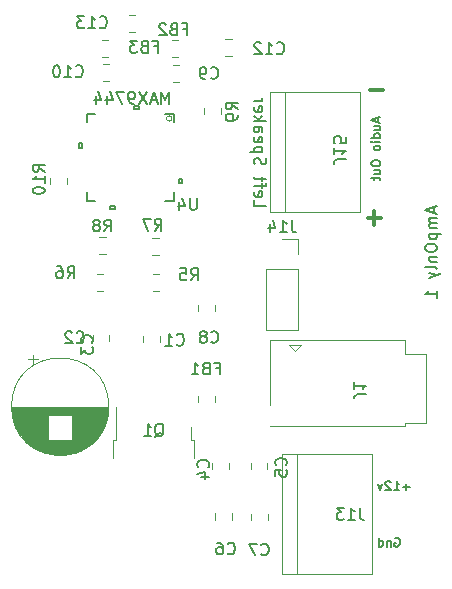
<source format=gbr>
G04 #@! TF.GenerationSoftware,KiCad,Pcbnew,(5.1.6)-1*
G04 #@! TF.CreationDate,2020-12-04T23:27:41-06:00*
G04 #@! TF.ProjectId,AmpOnly,416d704f-6e6c-4792-9e6b-696361645f70,rev?*
G04 #@! TF.SameCoordinates,Original*
G04 #@! TF.FileFunction,Legend,Bot*
G04 #@! TF.FilePolarity,Positive*
%FSLAX46Y46*%
G04 Gerber Fmt 4.6, Leading zero omitted, Abs format (unit mm)*
G04 Created by KiCad (PCBNEW (5.1.6)-1) date 2020-12-04 23:27:41*
%MOMM*%
%LPD*%
G01*
G04 APERTURE LIST*
%ADD10C,0.150000*%
%ADD11C,0.300000*%
%ADD12C,0.152400*%
%ADD13C,0.120000*%
G04 APERTURE END LIST*
D10*
X148075000Y-93542857D02*
X148075000Y-93900000D01*
X148289285Y-93471428D02*
X147539285Y-93721428D01*
X148289285Y-93971428D01*
X147789285Y-94542857D02*
X148289285Y-94542857D01*
X147789285Y-94221428D02*
X148182142Y-94221428D01*
X148253571Y-94257142D01*
X148289285Y-94328571D01*
X148289285Y-94435714D01*
X148253571Y-94507142D01*
X148217857Y-94542857D01*
X148289285Y-95221428D02*
X147539285Y-95221428D01*
X148253571Y-95221428D02*
X148289285Y-95150000D01*
X148289285Y-95007142D01*
X148253571Y-94935714D01*
X148217857Y-94900000D01*
X148146428Y-94864285D01*
X147932142Y-94864285D01*
X147860714Y-94900000D01*
X147825000Y-94935714D01*
X147789285Y-95007142D01*
X147789285Y-95150000D01*
X147825000Y-95221428D01*
X148289285Y-95578571D02*
X147789285Y-95578571D01*
X147539285Y-95578571D02*
X147575000Y-95542857D01*
X147610714Y-95578571D01*
X147575000Y-95614285D01*
X147539285Y-95578571D01*
X147610714Y-95578571D01*
X148289285Y-96042857D02*
X148253571Y-95971428D01*
X148217857Y-95935714D01*
X148146428Y-95900000D01*
X147932142Y-95900000D01*
X147860714Y-95935714D01*
X147825000Y-95971428D01*
X147789285Y-96042857D01*
X147789285Y-96150000D01*
X147825000Y-96221428D01*
X147860714Y-96257142D01*
X147932142Y-96292857D01*
X148146428Y-96292857D01*
X148217857Y-96257142D01*
X148253571Y-96221428D01*
X148289285Y-96150000D01*
X148289285Y-96042857D01*
X147539285Y-97328571D02*
X147539285Y-97471428D01*
X147575000Y-97542857D01*
X147646428Y-97614285D01*
X147789285Y-97650000D01*
X148039285Y-97650000D01*
X148182142Y-97614285D01*
X148253571Y-97542857D01*
X148289285Y-97471428D01*
X148289285Y-97328571D01*
X148253571Y-97257142D01*
X148182142Y-97185714D01*
X148039285Y-97150000D01*
X147789285Y-97150000D01*
X147646428Y-97185714D01*
X147575000Y-97257142D01*
X147539285Y-97328571D01*
X147789285Y-98292857D02*
X148289285Y-98292857D01*
X147789285Y-97971428D02*
X148182142Y-97971428D01*
X148253571Y-98007142D01*
X148289285Y-98078571D01*
X148289285Y-98185714D01*
X148253571Y-98257142D01*
X148217857Y-98292857D01*
X147789285Y-98542857D02*
X147789285Y-98828571D01*
X147539285Y-98650000D02*
X148182142Y-98650000D01*
X148253571Y-98685714D01*
X148289285Y-98757142D01*
X148289285Y-98828571D01*
D11*
X148571428Y-91157142D02*
X147428571Y-91157142D01*
X148371428Y-102007142D02*
X147228571Y-102007142D01*
X147800000Y-102578571D02*
X147800000Y-101435714D01*
D12*
X150806285Y-124804428D02*
X150225714Y-124804428D01*
X150516000Y-125094714D02*
X150516000Y-124514142D01*
X149463714Y-125094714D02*
X149899142Y-125094714D01*
X149681428Y-125094714D02*
X149681428Y-124332714D01*
X149754000Y-124441571D01*
X149826571Y-124514142D01*
X149899142Y-124550428D01*
X149173428Y-124405285D02*
X149137142Y-124369000D01*
X149064571Y-124332714D01*
X148883142Y-124332714D01*
X148810571Y-124369000D01*
X148774285Y-124405285D01*
X148738000Y-124477857D01*
X148738000Y-124550428D01*
X148774285Y-124659285D01*
X149209714Y-125094714D01*
X148738000Y-125094714D01*
X148484000Y-124586714D02*
X148302571Y-125094714D01*
X148121142Y-124586714D01*
X149539857Y-129119000D02*
X149612428Y-129082714D01*
X149721285Y-129082714D01*
X149830142Y-129119000D01*
X149902714Y-129191571D01*
X149939000Y-129264142D01*
X149975285Y-129409285D01*
X149975285Y-129518142D01*
X149939000Y-129663285D01*
X149902714Y-129735857D01*
X149830142Y-129808428D01*
X149721285Y-129844714D01*
X149648714Y-129844714D01*
X149539857Y-129808428D01*
X149503571Y-129772142D01*
X149503571Y-129518142D01*
X149648714Y-129518142D01*
X149177000Y-129336714D02*
X149177000Y-129844714D01*
X149177000Y-129409285D02*
X149140714Y-129373000D01*
X149068142Y-129336714D01*
X148959285Y-129336714D01*
X148886714Y-129373000D01*
X148850428Y-129445571D01*
X148850428Y-129844714D01*
X148161000Y-129844714D02*
X148161000Y-129082714D01*
X148161000Y-129808428D02*
X148233571Y-129844714D01*
X148378714Y-129844714D01*
X148451285Y-129808428D01*
X148487571Y-129772142D01*
X148523857Y-129699571D01*
X148523857Y-129481857D01*
X148487571Y-129409285D01*
X148451285Y-129373000D01*
X148378714Y-129336714D01*
X148233571Y-129336714D01*
X148161000Y-129373000D01*
D10*
X152816666Y-101116666D02*
X152816666Y-101592857D01*
X153102380Y-101021428D02*
X152102380Y-101354761D01*
X153102380Y-101688095D01*
X153102380Y-102021428D02*
X152435714Y-102021428D01*
X152530952Y-102021428D02*
X152483333Y-102069047D01*
X152435714Y-102164285D01*
X152435714Y-102307142D01*
X152483333Y-102402380D01*
X152578571Y-102450000D01*
X153102380Y-102450000D01*
X152578571Y-102450000D02*
X152483333Y-102497619D01*
X152435714Y-102592857D01*
X152435714Y-102735714D01*
X152483333Y-102830952D01*
X152578571Y-102878571D01*
X153102380Y-102878571D01*
X152435714Y-103354761D02*
X153435714Y-103354761D01*
X152483333Y-103354761D02*
X152435714Y-103450000D01*
X152435714Y-103640476D01*
X152483333Y-103735714D01*
X152530952Y-103783333D01*
X152626190Y-103830952D01*
X152911904Y-103830952D01*
X153007142Y-103783333D01*
X153054761Y-103735714D01*
X153102380Y-103640476D01*
X153102380Y-103450000D01*
X153054761Y-103354761D01*
X152102380Y-104450000D02*
X152102380Y-104640476D01*
X152150000Y-104735714D01*
X152245238Y-104830952D01*
X152435714Y-104878571D01*
X152769047Y-104878571D01*
X152959523Y-104830952D01*
X153054761Y-104735714D01*
X153102380Y-104640476D01*
X153102380Y-104450000D01*
X153054761Y-104354761D01*
X152959523Y-104259523D01*
X152769047Y-104211904D01*
X152435714Y-104211904D01*
X152245238Y-104259523D01*
X152150000Y-104354761D01*
X152102380Y-104450000D01*
X152435714Y-105307142D02*
X153102380Y-105307142D01*
X152530952Y-105307142D02*
X152483333Y-105354761D01*
X152435714Y-105450000D01*
X152435714Y-105592857D01*
X152483333Y-105688095D01*
X152578571Y-105735714D01*
X153102380Y-105735714D01*
X153102380Y-106354761D02*
X153054761Y-106259523D01*
X152959523Y-106211904D01*
X152102380Y-106211904D01*
X152435714Y-106640476D02*
X153102380Y-106878571D01*
X152435714Y-107116666D02*
X153102380Y-106878571D01*
X153340476Y-106783333D01*
X153388095Y-106735714D01*
X153435714Y-106640476D01*
X153102380Y-108783333D02*
X153102380Y-108211904D01*
X153102380Y-108497619D02*
X152102380Y-108497619D01*
X152245238Y-108402380D01*
X152340476Y-108307142D01*
X152388095Y-108211904D01*
D13*
X138990000Y-101540000D02*
X138990000Y-91380000D01*
X146610000Y-101540000D02*
X138990000Y-101540000D01*
X146610000Y-91380000D02*
X146610000Y-101540000D01*
X138990000Y-91380000D02*
X146610000Y-91380000D01*
X140260000Y-91380000D02*
X140260000Y-101540000D01*
X129621920Y-111979808D02*
X129621920Y-112502312D01*
X128201920Y-111979808D02*
X128201920Y-112502312D01*
X123947420Y-111918848D02*
X123947420Y-112441352D01*
X125367420Y-111918848D02*
X125367420Y-112441352D01*
X118485000Y-113990302D02*
X119285000Y-113990302D01*
X118885000Y-113590302D02*
X118885000Y-114390302D01*
X120667000Y-122081000D02*
X121733000Y-122081000D01*
X120432000Y-122041000D02*
X121968000Y-122041000D01*
X120252000Y-122001000D02*
X122148000Y-122001000D01*
X120102000Y-121961000D02*
X122298000Y-121961000D01*
X119971000Y-121921000D02*
X122429000Y-121921000D01*
X119854000Y-121881000D02*
X122546000Y-121881000D01*
X119747000Y-121841000D02*
X122653000Y-121841000D01*
X119648000Y-121801000D02*
X122752000Y-121801000D01*
X119555000Y-121761000D02*
X122845000Y-121761000D01*
X119469000Y-121721000D02*
X122931000Y-121721000D01*
X119387000Y-121681000D02*
X123013000Y-121681000D01*
X119310000Y-121641000D02*
X123090000Y-121641000D01*
X119236000Y-121601000D02*
X123164000Y-121601000D01*
X119166000Y-121561000D02*
X123234000Y-121561000D01*
X119098000Y-121521000D02*
X123302000Y-121521000D01*
X119034000Y-121481000D02*
X123366000Y-121481000D01*
X118972000Y-121441000D02*
X123428000Y-121441000D01*
X118913000Y-121401000D02*
X123487000Y-121401000D01*
X118855000Y-121361000D02*
X123545000Y-121361000D01*
X118800000Y-121321000D02*
X123600000Y-121321000D01*
X118746000Y-121281000D02*
X123654000Y-121281000D01*
X118695000Y-121241000D02*
X123705000Y-121241000D01*
X118644000Y-121201000D02*
X123756000Y-121201000D01*
X118596000Y-121161000D02*
X123804000Y-121161000D01*
X118549000Y-121121000D02*
X123851000Y-121121000D01*
X118503000Y-121081000D02*
X123897000Y-121081000D01*
X118459000Y-121041000D02*
X123941000Y-121041000D01*
X118416000Y-121001000D02*
X123984000Y-121001000D01*
X118374000Y-120961000D02*
X124026000Y-120961000D01*
X118333000Y-120921000D02*
X124067000Y-120921000D01*
X118293000Y-120881000D02*
X124107000Y-120881000D01*
X118255000Y-120841000D02*
X124145000Y-120841000D01*
X118217000Y-120801000D02*
X124183000Y-120801000D01*
X122240000Y-120761000D02*
X124219000Y-120761000D01*
X118181000Y-120761000D02*
X120160000Y-120761000D01*
X122240000Y-120721000D02*
X124255000Y-120721000D01*
X118145000Y-120721000D02*
X120160000Y-120721000D01*
X122240000Y-120681000D02*
X124290000Y-120681000D01*
X118110000Y-120681000D02*
X120160000Y-120681000D01*
X122240000Y-120641000D02*
X124324000Y-120641000D01*
X118076000Y-120641000D02*
X120160000Y-120641000D01*
X122240000Y-120601000D02*
X124356000Y-120601000D01*
X118044000Y-120601000D02*
X120160000Y-120601000D01*
X122240000Y-120561000D02*
X124389000Y-120561000D01*
X118011000Y-120561000D02*
X120160000Y-120561000D01*
X122240000Y-120521000D02*
X124420000Y-120521000D01*
X117980000Y-120521000D02*
X120160000Y-120521000D01*
X122240000Y-120481000D02*
X124450000Y-120481000D01*
X117950000Y-120481000D02*
X120160000Y-120481000D01*
X122240000Y-120441000D02*
X124480000Y-120441000D01*
X117920000Y-120441000D02*
X120160000Y-120441000D01*
X122240000Y-120401000D02*
X124509000Y-120401000D01*
X117891000Y-120401000D02*
X120160000Y-120401000D01*
X122240000Y-120361000D02*
X124538000Y-120361000D01*
X117862000Y-120361000D02*
X120160000Y-120361000D01*
X122240000Y-120321000D02*
X124565000Y-120321000D01*
X117835000Y-120321000D02*
X120160000Y-120321000D01*
X122240000Y-120281000D02*
X124592000Y-120281000D01*
X117808000Y-120281000D02*
X120160000Y-120281000D01*
X122240000Y-120241000D02*
X124618000Y-120241000D01*
X117782000Y-120241000D02*
X120160000Y-120241000D01*
X122240000Y-120201000D02*
X124644000Y-120201000D01*
X117756000Y-120201000D02*
X120160000Y-120201000D01*
X122240000Y-120161000D02*
X124669000Y-120161000D01*
X117731000Y-120161000D02*
X120160000Y-120161000D01*
X122240000Y-120121000D02*
X124693000Y-120121000D01*
X117707000Y-120121000D02*
X120160000Y-120121000D01*
X122240000Y-120081000D02*
X124717000Y-120081000D01*
X117683000Y-120081000D02*
X120160000Y-120081000D01*
X122240000Y-120041000D02*
X124740000Y-120041000D01*
X117660000Y-120041000D02*
X120160000Y-120041000D01*
X122240000Y-120001000D02*
X124762000Y-120001000D01*
X117638000Y-120001000D02*
X120160000Y-120001000D01*
X122240000Y-119961000D02*
X124784000Y-119961000D01*
X117616000Y-119961000D02*
X120160000Y-119961000D01*
X122240000Y-119921000D02*
X124806000Y-119921000D01*
X117594000Y-119921000D02*
X120160000Y-119921000D01*
X122240000Y-119881000D02*
X124827000Y-119881000D01*
X117573000Y-119881000D02*
X120160000Y-119881000D01*
X122240000Y-119841000D02*
X124847000Y-119841000D01*
X117553000Y-119841000D02*
X120160000Y-119841000D01*
X122240000Y-119801000D02*
X124866000Y-119801000D01*
X117534000Y-119801000D02*
X120160000Y-119801000D01*
X122240000Y-119761000D02*
X124886000Y-119761000D01*
X117514000Y-119761000D02*
X120160000Y-119761000D01*
X122240000Y-119721000D02*
X124904000Y-119721000D01*
X117496000Y-119721000D02*
X120160000Y-119721000D01*
X122240000Y-119681000D02*
X124922000Y-119681000D01*
X117478000Y-119681000D02*
X120160000Y-119681000D01*
X122240000Y-119641000D02*
X124940000Y-119641000D01*
X117460000Y-119641000D02*
X120160000Y-119641000D01*
X122240000Y-119601000D02*
X124957000Y-119601000D01*
X117443000Y-119601000D02*
X120160000Y-119601000D01*
X122240000Y-119561000D02*
X124974000Y-119561000D01*
X117426000Y-119561000D02*
X120160000Y-119561000D01*
X122240000Y-119521000D02*
X124990000Y-119521000D01*
X117410000Y-119521000D02*
X120160000Y-119521000D01*
X122240000Y-119481000D02*
X125005000Y-119481000D01*
X117395000Y-119481000D02*
X120160000Y-119481000D01*
X122240000Y-119441000D02*
X125021000Y-119441000D01*
X117379000Y-119441000D02*
X120160000Y-119441000D01*
X122240000Y-119401000D02*
X125035000Y-119401000D01*
X117365000Y-119401000D02*
X120160000Y-119401000D01*
X122240000Y-119361000D02*
X125050000Y-119361000D01*
X117350000Y-119361000D02*
X120160000Y-119361000D01*
X122240000Y-119321000D02*
X125063000Y-119321000D01*
X117337000Y-119321000D02*
X120160000Y-119321000D01*
X122240000Y-119281000D02*
X125077000Y-119281000D01*
X117323000Y-119281000D02*
X120160000Y-119281000D01*
X122240000Y-119241000D02*
X125089000Y-119241000D01*
X117311000Y-119241000D02*
X120160000Y-119241000D01*
X122240000Y-119201000D02*
X125102000Y-119201000D01*
X117298000Y-119201000D02*
X120160000Y-119201000D01*
X122240000Y-119161000D02*
X125114000Y-119161000D01*
X117286000Y-119161000D02*
X120160000Y-119161000D01*
X122240000Y-119121000D02*
X125125000Y-119121000D01*
X117275000Y-119121000D02*
X120160000Y-119121000D01*
X122240000Y-119081000D02*
X125136000Y-119081000D01*
X117264000Y-119081000D02*
X120160000Y-119081000D01*
X122240000Y-119041000D02*
X125147000Y-119041000D01*
X117253000Y-119041000D02*
X120160000Y-119041000D01*
X122240000Y-119001000D02*
X125157000Y-119001000D01*
X117243000Y-119001000D02*
X120160000Y-119001000D01*
X122240000Y-118961000D02*
X125167000Y-118961000D01*
X117233000Y-118961000D02*
X120160000Y-118961000D01*
X122240000Y-118921000D02*
X125176000Y-118921000D01*
X117224000Y-118921000D02*
X120160000Y-118921000D01*
X122240000Y-118881000D02*
X125185000Y-118881000D01*
X117215000Y-118881000D02*
X120160000Y-118881000D01*
X122240000Y-118841000D02*
X125194000Y-118841000D01*
X117206000Y-118841000D02*
X120160000Y-118841000D01*
X122240000Y-118801000D02*
X125202000Y-118801000D01*
X117198000Y-118801000D02*
X120160000Y-118801000D01*
X122240000Y-118761000D02*
X125210000Y-118761000D01*
X117190000Y-118761000D02*
X120160000Y-118761000D01*
X122240000Y-118721000D02*
X125217000Y-118721000D01*
X117183000Y-118721000D02*
X120160000Y-118721000D01*
X117176000Y-118680000D02*
X125224000Y-118680000D01*
X117170000Y-118640000D02*
X125230000Y-118640000D01*
X117163000Y-118600000D02*
X125237000Y-118600000D01*
X117158000Y-118560000D02*
X125242000Y-118560000D01*
X117152000Y-118520000D02*
X125248000Y-118520000D01*
X117148000Y-118480000D02*
X125252000Y-118480000D01*
X117143000Y-118440000D02*
X125257000Y-118440000D01*
X117139000Y-118400000D02*
X125261000Y-118400000D01*
X117135000Y-118360000D02*
X125265000Y-118360000D01*
X117132000Y-118320000D02*
X125268000Y-118320000D01*
X117129000Y-118280000D02*
X125271000Y-118280000D01*
X117126000Y-118240000D02*
X125274000Y-118240000D01*
X117124000Y-118200000D02*
X125276000Y-118200000D01*
X117123000Y-118160000D02*
X125277000Y-118160000D01*
X117121000Y-118120000D02*
X125279000Y-118120000D01*
X117120000Y-118080000D02*
X125280000Y-118080000D01*
X117120000Y-118040000D02*
X125280000Y-118040000D01*
X117120000Y-118000000D02*
X125280000Y-118000000D01*
X125320000Y-118000000D02*
G75*
G03*
X125320000Y-118000000I-4120000J0D01*
G01*
X135516040Y-122767868D02*
X135516040Y-123290372D01*
X134096040Y-122767868D02*
X134096040Y-123290372D01*
X138741840Y-122767868D02*
X138741840Y-123290372D01*
X137321840Y-122767868D02*
X137321840Y-123290372D01*
X134305860Y-127035328D02*
X134305860Y-127557832D01*
X135725860Y-127035328D02*
X135725860Y-127557832D01*
X137351320Y-127075968D02*
X137351320Y-127598472D01*
X138771320Y-127075968D02*
X138771320Y-127598472D01*
X134328540Y-109381388D02*
X134328540Y-109903892D01*
X132908540Y-109381388D02*
X132908540Y-109903892D01*
X131261252Y-90510000D02*
X130738748Y-90510000D01*
X131261252Y-89090000D02*
X130738748Y-89090000D01*
X125361252Y-88990000D02*
X124838748Y-88990000D01*
X125361252Y-90410000D02*
X124838748Y-90410000D01*
X135711252Y-86890000D02*
X135188748Y-86890000D01*
X135711252Y-88310000D02*
X135188748Y-88310000D01*
X126988748Y-84840000D02*
X127511252Y-84840000D01*
X126988748Y-86260000D02*
X127511252Y-86260000D01*
X132855200Y-117062348D02*
X132855200Y-117584852D01*
X134275200Y-117062348D02*
X134275200Y-117584852D01*
X131211252Y-86940000D02*
X130688748Y-86940000D01*
X131211252Y-88360000D02*
X130688748Y-88360000D01*
X125261252Y-88360000D02*
X124738748Y-88360000D01*
X125261252Y-86940000D02*
X124738748Y-86940000D01*
X139990000Y-132190000D02*
X139990000Y-122030000D01*
X147610000Y-132190000D02*
X139990000Y-132190000D01*
X147610000Y-122030000D02*
X147610000Y-132190000D01*
X139990000Y-122030000D02*
X147610000Y-122030000D01*
X141260000Y-122030000D02*
X141260000Y-132190000D01*
X129579572Y-106771100D02*
X129057068Y-106771100D01*
X129579572Y-108191100D02*
X129057068Y-108191100D01*
X124819612Y-108191100D02*
X124297108Y-108191100D01*
X124819612Y-106771100D02*
X124297108Y-106771100D01*
X129006268Y-103738340D02*
X129528772Y-103738340D01*
X129006268Y-105158340D02*
X129528772Y-105158340D01*
X125045672Y-103649440D02*
X124523168Y-103649440D01*
X125045672Y-105069440D02*
X124523168Y-105069440D01*
X133414000Y-93260652D02*
X133414000Y-92738148D01*
X134834000Y-93260652D02*
X134834000Y-92738148D01*
X120355860Y-99157152D02*
X120355860Y-98634648D01*
X121775860Y-99157152D02*
X121775860Y-98634648D01*
X125650000Y-122330000D02*
X125650000Y-120830000D01*
X125650000Y-120830000D02*
X125920000Y-120830000D01*
X125920000Y-120830000D02*
X125920000Y-118000000D01*
X132550000Y-122330000D02*
X132550000Y-120830000D01*
X132550000Y-120830000D02*
X132280000Y-120830000D01*
X132280000Y-120830000D02*
X132280000Y-119730000D01*
D12*
X127459499Y-92785200D02*
X127840499Y-92785200D01*
X127459499Y-92531200D02*
X127459499Y-92785200D01*
X127840499Y-92531200D02*
X127459499Y-92531200D01*
X127840499Y-92785200D02*
X127840499Y-92531200D01*
X123035200Y-95709499D02*
X122781200Y-95709499D01*
X123035200Y-96090499D02*
X123035200Y-95709499D01*
X122781200Y-96090499D02*
X123035200Y-96090499D01*
X122781200Y-95709499D02*
X122781200Y-96090499D01*
X125459500Y-101014800D02*
X125840500Y-101014800D01*
X125459500Y-101268800D02*
X125459500Y-101014800D01*
X125840500Y-101268800D02*
X125459500Y-101268800D01*
X125840500Y-101014800D02*
X125840500Y-101268800D01*
X131264800Y-98709501D02*
X131518800Y-98709501D01*
X131264800Y-99090501D02*
X131264800Y-98709501D01*
X131518800Y-99090501D02*
X131264800Y-99090501D01*
X131518800Y-98709501D02*
X131518800Y-99090501D01*
X130109740Y-93217000D02*
X130833000Y-93217000D01*
X123467000Y-93940260D02*
X123467000Y-93217000D01*
X124190260Y-100583000D02*
X123467000Y-100583000D01*
X130833000Y-99859740D02*
X130833000Y-100583000D01*
X130833000Y-93217000D02*
X130833000Y-93940260D01*
X123467000Y-93217000D02*
X124190260Y-93217000D01*
X123467000Y-100583000D02*
X123467000Y-99859740D01*
X130833000Y-100583000D02*
X130109740Y-100583000D01*
D13*
X130659735Y-93600540D02*
G75*
G03*
X130659735Y-93600540I-230595J0D01*
G01*
X141574600Y-112770100D02*
X141074600Y-113270100D01*
X140574600Y-112770100D02*
X141574600Y-112770100D01*
X141074600Y-113270100D02*
X140574600Y-112770100D01*
X150400000Y-119650000D02*
X139000000Y-119650000D01*
X138991800Y-117899100D02*
X139000000Y-112350000D01*
X150400000Y-113550000D02*
X150400000Y-112350000D01*
X150400000Y-119650000D02*
X150400000Y-119350000D01*
X152184000Y-113550000D02*
X152184000Y-119350000D01*
X150400000Y-112350000D02*
X139000000Y-112350000D01*
X150400000Y-113550000D02*
X152184000Y-113550000D01*
X150400000Y-119350000D02*
X152184000Y-119350000D01*
X141330000Y-111510000D02*
X138670000Y-111510000D01*
X141330000Y-106370000D02*
X141330000Y-111510000D01*
X138670000Y-106370000D02*
X138670000Y-111510000D01*
X141330000Y-106370000D02*
X138670000Y-106370000D01*
X141330000Y-105100000D02*
X141330000Y-103770000D01*
X141330000Y-103770000D02*
X140000000Y-103770000D01*
D10*
X145379619Y-97066323D02*
X144665333Y-97066323D01*
X144522476Y-97113942D01*
X144427238Y-97209180D01*
X144379619Y-97352038D01*
X144379619Y-97447276D01*
X144379619Y-96066323D02*
X144379619Y-96637752D01*
X144379619Y-96352038D02*
X145379619Y-96352038D01*
X145236761Y-96447276D01*
X145141523Y-96542514D01*
X145093904Y-96637752D01*
X145379619Y-95161561D02*
X145379619Y-95637752D01*
X144903428Y-95685371D01*
X144951047Y-95637752D01*
X144998666Y-95542514D01*
X144998666Y-95304419D01*
X144951047Y-95209180D01*
X144903428Y-95161561D01*
X144808190Y-95113942D01*
X144570095Y-95113942D01*
X144474857Y-95161561D01*
X144427238Y-95209180D01*
X144379619Y-95304419D01*
X144379619Y-95542514D01*
X144427238Y-95637752D01*
X144474857Y-95685371D01*
X137647619Y-100523809D02*
X137647619Y-101000000D01*
X138647619Y-101000000D01*
X137695238Y-99809523D02*
X137647619Y-99904761D01*
X137647619Y-100095238D01*
X137695238Y-100190476D01*
X137790476Y-100238095D01*
X138171428Y-100238095D01*
X138266666Y-100190476D01*
X138314285Y-100095238D01*
X138314285Y-99904761D01*
X138266666Y-99809523D01*
X138171428Y-99761904D01*
X138076190Y-99761904D01*
X137980952Y-100238095D01*
X138314285Y-99476190D02*
X138314285Y-99095238D01*
X137647619Y-99333333D02*
X138504761Y-99333333D01*
X138600000Y-99285714D01*
X138647619Y-99190476D01*
X138647619Y-99095238D01*
X138314285Y-98904761D02*
X138314285Y-98523809D01*
X138647619Y-98761904D02*
X137790476Y-98761904D01*
X137695238Y-98714285D01*
X137647619Y-98619047D01*
X137647619Y-98523809D01*
X137695238Y-97476190D02*
X137647619Y-97333333D01*
X137647619Y-97095238D01*
X137695238Y-97000000D01*
X137742857Y-96952380D01*
X137838095Y-96904761D01*
X137933333Y-96904761D01*
X138028571Y-96952380D01*
X138076190Y-97000000D01*
X138123809Y-97095238D01*
X138171428Y-97285714D01*
X138219047Y-97380952D01*
X138266666Y-97428571D01*
X138361904Y-97476190D01*
X138457142Y-97476190D01*
X138552380Y-97428571D01*
X138600000Y-97380952D01*
X138647619Y-97285714D01*
X138647619Y-97047619D01*
X138600000Y-96904761D01*
X138314285Y-96476190D02*
X137314285Y-96476190D01*
X138266666Y-96476190D02*
X138314285Y-96380952D01*
X138314285Y-96190476D01*
X138266666Y-96095238D01*
X138219047Y-96047619D01*
X138123809Y-96000000D01*
X137838095Y-96000000D01*
X137742857Y-96047619D01*
X137695238Y-96095238D01*
X137647619Y-96190476D01*
X137647619Y-96380952D01*
X137695238Y-96476190D01*
X137695238Y-95190476D02*
X137647619Y-95285714D01*
X137647619Y-95476190D01*
X137695238Y-95571428D01*
X137790476Y-95619047D01*
X138171428Y-95619047D01*
X138266666Y-95571428D01*
X138314285Y-95476190D01*
X138314285Y-95285714D01*
X138266666Y-95190476D01*
X138171428Y-95142857D01*
X138076190Y-95142857D01*
X137980952Y-95619047D01*
X137647619Y-94285714D02*
X138171428Y-94285714D01*
X138266666Y-94333333D01*
X138314285Y-94428571D01*
X138314285Y-94619047D01*
X138266666Y-94714285D01*
X137695238Y-94285714D02*
X137647619Y-94380952D01*
X137647619Y-94619047D01*
X137695238Y-94714285D01*
X137790476Y-94761904D01*
X137885714Y-94761904D01*
X137980952Y-94714285D01*
X138028571Y-94619047D01*
X138028571Y-94380952D01*
X138076190Y-94285714D01*
X137647619Y-93809523D02*
X138647619Y-93809523D01*
X138028571Y-93714285D02*
X137647619Y-93428571D01*
X138314285Y-93428571D02*
X137933333Y-93809523D01*
X137695238Y-92619047D02*
X137647619Y-92714285D01*
X137647619Y-92904761D01*
X137695238Y-93000000D01*
X137790476Y-93047619D01*
X138171428Y-93047619D01*
X138266666Y-93000000D01*
X138314285Y-92904761D01*
X138314285Y-92714285D01*
X138266666Y-92619047D01*
X138171428Y-92571428D01*
X138076190Y-92571428D01*
X137980952Y-93047619D01*
X137647619Y-92142857D02*
X138314285Y-92142857D01*
X138123809Y-92142857D02*
X138219047Y-92095238D01*
X138266666Y-92047619D01*
X138314285Y-91952380D01*
X138314285Y-91857142D01*
X131059786Y-112734202D02*
X131107405Y-112781821D01*
X131250262Y-112829440D01*
X131345500Y-112829440D01*
X131488358Y-112781821D01*
X131583596Y-112686583D01*
X131631215Y-112591345D01*
X131678834Y-112400869D01*
X131678834Y-112258012D01*
X131631215Y-112067536D01*
X131583596Y-111972298D01*
X131488358Y-111877060D01*
X131345500Y-111829440D01*
X131250262Y-111829440D01*
X131107405Y-111877060D01*
X131059786Y-111924679D01*
X130107405Y-112829440D02*
X130678834Y-112829440D01*
X130393120Y-112829440D02*
X130393120Y-111829440D01*
X130488358Y-111972298D01*
X130583596Y-112067536D01*
X130678834Y-112115155D01*
X122588886Y-112537242D02*
X122636505Y-112584861D01*
X122779362Y-112632480D01*
X122874600Y-112632480D01*
X123017458Y-112584861D01*
X123112696Y-112489623D01*
X123160315Y-112394385D01*
X123207934Y-112203909D01*
X123207934Y-112061052D01*
X123160315Y-111870576D01*
X123112696Y-111775338D01*
X123017458Y-111680100D01*
X122874600Y-111632480D01*
X122779362Y-111632480D01*
X122636505Y-111680100D01*
X122588886Y-111727719D01*
X122207934Y-111727719D02*
X122160315Y-111680100D01*
X122065077Y-111632480D01*
X121826981Y-111632480D01*
X121731743Y-111680100D01*
X121684124Y-111727719D01*
X121636505Y-111822957D01*
X121636505Y-111918195D01*
X121684124Y-112061052D01*
X122255553Y-112632480D01*
X121636505Y-112632480D01*
X123857142Y-112583333D02*
X123904761Y-112535714D01*
X123952380Y-112392857D01*
X123952380Y-112297619D01*
X123904761Y-112154761D01*
X123809523Y-112059523D01*
X123714285Y-112011904D01*
X123523809Y-111964285D01*
X123380952Y-111964285D01*
X123190476Y-112011904D01*
X123095238Y-112059523D01*
X123000000Y-112154761D01*
X122952380Y-112297619D01*
X122952380Y-112392857D01*
X123000000Y-112535714D01*
X123047619Y-112583333D01*
X122952380Y-112916666D02*
X122952380Y-113535714D01*
X123333333Y-113202380D01*
X123333333Y-113345238D01*
X123380952Y-113440476D01*
X123428571Y-113488095D01*
X123523809Y-113535714D01*
X123761904Y-113535714D01*
X123857142Y-113488095D01*
X123904761Y-113440476D01*
X123952380Y-113345238D01*
X123952380Y-113059523D01*
X123904761Y-112964285D01*
X123857142Y-112916666D01*
X133719462Y-123121793D02*
X133767081Y-123074174D01*
X133814700Y-122931317D01*
X133814700Y-122836079D01*
X133767081Y-122693221D01*
X133671843Y-122597983D01*
X133576605Y-122550364D01*
X133386129Y-122502745D01*
X133243272Y-122502745D01*
X133052796Y-122550364D01*
X132957558Y-122597983D01*
X132862320Y-122693221D01*
X132814700Y-122836079D01*
X132814700Y-122931317D01*
X132862320Y-123074174D01*
X132909939Y-123121793D01*
X133148034Y-123978936D02*
X133814700Y-123978936D01*
X132767081Y-123740840D02*
X133481367Y-123502745D01*
X133481367Y-124121793D01*
X140292982Y-122964313D02*
X140340601Y-122916694D01*
X140388220Y-122773837D01*
X140388220Y-122678599D01*
X140340601Y-122535741D01*
X140245363Y-122440503D01*
X140150125Y-122392884D01*
X139959649Y-122345265D01*
X139816792Y-122345265D01*
X139626316Y-122392884D01*
X139531078Y-122440503D01*
X139435840Y-122535741D01*
X139388220Y-122678599D01*
X139388220Y-122773837D01*
X139435840Y-122916694D01*
X139483459Y-122964313D01*
X139388220Y-123869075D02*
X139388220Y-123392884D01*
X139864411Y-123345265D01*
X139816792Y-123392884D01*
X139769173Y-123488122D01*
X139769173Y-123726218D01*
X139816792Y-123821456D01*
X139864411Y-123869075D01*
X139959649Y-123916694D01*
X140197744Y-123916694D01*
X140292982Y-123869075D01*
X140340601Y-123821456D01*
X140388220Y-123726218D01*
X140388220Y-123488122D01*
X140340601Y-123392884D01*
X140292982Y-123345265D01*
X135375566Y-130412162D02*
X135423185Y-130459781D01*
X135566042Y-130507400D01*
X135661280Y-130507400D01*
X135804138Y-130459781D01*
X135899376Y-130364543D01*
X135946995Y-130269305D01*
X135994614Y-130078829D01*
X135994614Y-129935972D01*
X135946995Y-129745496D01*
X135899376Y-129650258D01*
X135804138Y-129555020D01*
X135661280Y-129507400D01*
X135566042Y-129507400D01*
X135423185Y-129555020D01*
X135375566Y-129602639D01*
X134518423Y-129507400D02*
X134708900Y-129507400D01*
X134804138Y-129555020D01*
X134851757Y-129602639D01*
X134946995Y-129745496D01*
X134994614Y-129935972D01*
X134994614Y-130316924D01*
X134946995Y-130412162D01*
X134899376Y-130459781D01*
X134804138Y-130507400D01*
X134613661Y-130507400D01*
X134518423Y-130459781D01*
X134470804Y-130412162D01*
X134423185Y-130316924D01*
X134423185Y-130078829D01*
X134470804Y-129983591D01*
X134518423Y-129935972D01*
X134613661Y-129888353D01*
X134804138Y-129888353D01*
X134899376Y-129935972D01*
X134946995Y-129983591D01*
X134994614Y-130078829D01*
X138230526Y-130490902D02*
X138278145Y-130538521D01*
X138421002Y-130586140D01*
X138516240Y-130586140D01*
X138659098Y-130538521D01*
X138754336Y-130443283D01*
X138801955Y-130348045D01*
X138849574Y-130157569D01*
X138849574Y-130014712D01*
X138801955Y-129824236D01*
X138754336Y-129728998D01*
X138659098Y-129633760D01*
X138516240Y-129586140D01*
X138421002Y-129586140D01*
X138278145Y-129633760D01*
X138230526Y-129681379D01*
X137897193Y-129586140D02*
X137230526Y-129586140D01*
X137659098Y-130586140D01*
X133975706Y-112501682D02*
X134023325Y-112549301D01*
X134166182Y-112596920D01*
X134261420Y-112596920D01*
X134404278Y-112549301D01*
X134499516Y-112454063D01*
X134547135Y-112358825D01*
X134594754Y-112168349D01*
X134594754Y-112025492D01*
X134547135Y-111835016D01*
X134499516Y-111739778D01*
X134404278Y-111644540D01*
X134261420Y-111596920D01*
X134166182Y-111596920D01*
X134023325Y-111644540D01*
X133975706Y-111692159D01*
X133404278Y-112025492D02*
X133499516Y-111977873D01*
X133547135Y-111930254D01*
X133594754Y-111835016D01*
X133594754Y-111787397D01*
X133547135Y-111692159D01*
X133499516Y-111644540D01*
X133404278Y-111596920D01*
X133213801Y-111596920D01*
X133118563Y-111644540D01*
X133070944Y-111692159D01*
X133023325Y-111787397D01*
X133023325Y-111835016D01*
X133070944Y-111930254D01*
X133118563Y-111977873D01*
X133213801Y-112025492D01*
X133404278Y-112025492D01*
X133499516Y-112073111D01*
X133547135Y-112120730D01*
X133594754Y-112215968D01*
X133594754Y-112406444D01*
X133547135Y-112501682D01*
X133499516Y-112549301D01*
X133404278Y-112596920D01*
X133213801Y-112596920D01*
X133118563Y-112549301D01*
X133070944Y-112501682D01*
X133023325Y-112406444D01*
X133023325Y-112215968D01*
X133070944Y-112120730D01*
X133118563Y-112073111D01*
X133213801Y-112025492D01*
X133960186Y-90155482D02*
X134007805Y-90203101D01*
X134150662Y-90250720D01*
X134245900Y-90250720D01*
X134388758Y-90203101D01*
X134483996Y-90107863D01*
X134531615Y-90012625D01*
X134579234Y-89822149D01*
X134579234Y-89679292D01*
X134531615Y-89488816D01*
X134483996Y-89393578D01*
X134388758Y-89298340D01*
X134245900Y-89250720D01*
X134150662Y-89250720D01*
X134007805Y-89298340D01*
X133960186Y-89345959D01*
X133483996Y-90250720D02*
X133293520Y-90250720D01*
X133198281Y-90203101D01*
X133150662Y-90155482D01*
X133055424Y-90012625D01*
X133007805Y-89822149D01*
X133007805Y-89441197D01*
X133055424Y-89345959D01*
X133103043Y-89298340D01*
X133198281Y-89250720D01*
X133388758Y-89250720D01*
X133483996Y-89298340D01*
X133531615Y-89345959D01*
X133579234Y-89441197D01*
X133579234Y-89679292D01*
X133531615Y-89774530D01*
X133483996Y-89822149D01*
X133388758Y-89869768D01*
X133198281Y-89869768D01*
X133103043Y-89822149D01*
X133055424Y-89774530D01*
X133007805Y-89679292D01*
X122517057Y-90006342D02*
X122564676Y-90053961D01*
X122707533Y-90101580D01*
X122802771Y-90101580D01*
X122945628Y-90053961D01*
X123040866Y-89958723D01*
X123088485Y-89863485D01*
X123136104Y-89673009D01*
X123136104Y-89530152D01*
X123088485Y-89339676D01*
X123040866Y-89244438D01*
X122945628Y-89149200D01*
X122802771Y-89101580D01*
X122707533Y-89101580D01*
X122564676Y-89149200D01*
X122517057Y-89196819D01*
X121564676Y-90101580D02*
X122136104Y-90101580D01*
X121850390Y-90101580D02*
X121850390Y-89101580D01*
X121945628Y-89244438D01*
X122040866Y-89339676D01*
X122136104Y-89387295D01*
X120945628Y-89101580D02*
X120850390Y-89101580D01*
X120755152Y-89149200D01*
X120707533Y-89196819D01*
X120659914Y-89292057D01*
X120612295Y-89482533D01*
X120612295Y-89720628D01*
X120659914Y-89911104D01*
X120707533Y-90006342D01*
X120755152Y-90053961D01*
X120850390Y-90101580D01*
X120945628Y-90101580D01*
X121040866Y-90053961D01*
X121088485Y-90006342D01*
X121136104Y-89911104D01*
X121183723Y-89720628D01*
X121183723Y-89482533D01*
X121136104Y-89292057D01*
X121088485Y-89196819D01*
X121040866Y-89149200D01*
X120945628Y-89101580D01*
X139542857Y-88057142D02*
X139590476Y-88104761D01*
X139733333Y-88152380D01*
X139828571Y-88152380D01*
X139971428Y-88104761D01*
X140066666Y-88009523D01*
X140114285Y-87914285D01*
X140161904Y-87723809D01*
X140161904Y-87580952D01*
X140114285Y-87390476D01*
X140066666Y-87295238D01*
X139971428Y-87200000D01*
X139828571Y-87152380D01*
X139733333Y-87152380D01*
X139590476Y-87200000D01*
X139542857Y-87247619D01*
X138590476Y-88152380D02*
X139161904Y-88152380D01*
X138876190Y-88152380D02*
X138876190Y-87152380D01*
X138971428Y-87295238D01*
X139066666Y-87390476D01*
X139161904Y-87438095D01*
X138209523Y-87247619D02*
X138161904Y-87200000D01*
X138066666Y-87152380D01*
X137828571Y-87152380D01*
X137733333Y-87200000D01*
X137685714Y-87247619D01*
X137638095Y-87342857D01*
X137638095Y-87438095D01*
X137685714Y-87580952D01*
X138257142Y-88152380D01*
X137638095Y-88152380D01*
X124542857Y-85857142D02*
X124590476Y-85904761D01*
X124733333Y-85952380D01*
X124828571Y-85952380D01*
X124971428Y-85904761D01*
X125066666Y-85809523D01*
X125114285Y-85714285D01*
X125161904Y-85523809D01*
X125161904Y-85380952D01*
X125114285Y-85190476D01*
X125066666Y-85095238D01*
X124971428Y-85000000D01*
X124828571Y-84952380D01*
X124733333Y-84952380D01*
X124590476Y-85000000D01*
X124542857Y-85047619D01*
X123590476Y-85952380D02*
X124161904Y-85952380D01*
X123876190Y-85952380D02*
X123876190Y-84952380D01*
X123971428Y-85095238D01*
X124066666Y-85190476D01*
X124161904Y-85238095D01*
X123257142Y-84952380D02*
X122638095Y-84952380D01*
X122971428Y-85333333D01*
X122828571Y-85333333D01*
X122733333Y-85380952D01*
X122685714Y-85428571D01*
X122638095Y-85523809D01*
X122638095Y-85761904D01*
X122685714Y-85857142D01*
X122733333Y-85904761D01*
X122828571Y-85952380D01*
X123114285Y-85952380D01*
X123209523Y-85904761D01*
X123257142Y-85857142D01*
X134373133Y-114737571D02*
X134706466Y-114737571D01*
X134706466Y-115261380D02*
X134706466Y-114261380D01*
X134230276Y-114261380D01*
X133515990Y-114737571D02*
X133373133Y-114785190D01*
X133325514Y-114832809D01*
X133277895Y-114928047D01*
X133277895Y-115070904D01*
X133325514Y-115166142D01*
X133373133Y-115213761D01*
X133468371Y-115261380D01*
X133849323Y-115261380D01*
X133849323Y-114261380D01*
X133515990Y-114261380D01*
X133420752Y-114309000D01*
X133373133Y-114356619D01*
X133325514Y-114451857D01*
X133325514Y-114547095D01*
X133373133Y-114642333D01*
X133420752Y-114689952D01*
X133515990Y-114737571D01*
X133849323Y-114737571D01*
X132325514Y-115261380D02*
X132896942Y-115261380D01*
X132611228Y-115261380D02*
X132611228Y-114261380D01*
X132706466Y-114404238D01*
X132801704Y-114499476D01*
X132896942Y-114547095D01*
X131633333Y-86028571D02*
X131966666Y-86028571D01*
X131966666Y-86552380D02*
X131966666Y-85552380D01*
X131490476Y-85552380D01*
X130776190Y-86028571D02*
X130633333Y-86076190D01*
X130585714Y-86123809D01*
X130538095Y-86219047D01*
X130538095Y-86361904D01*
X130585714Y-86457142D01*
X130633333Y-86504761D01*
X130728571Y-86552380D01*
X131109523Y-86552380D01*
X131109523Y-85552380D01*
X130776190Y-85552380D01*
X130680952Y-85600000D01*
X130633333Y-85647619D01*
X130585714Y-85742857D01*
X130585714Y-85838095D01*
X130633333Y-85933333D01*
X130680952Y-85980952D01*
X130776190Y-86028571D01*
X131109523Y-86028571D01*
X130157142Y-85647619D02*
X130109523Y-85600000D01*
X130014285Y-85552380D01*
X129776190Y-85552380D01*
X129680952Y-85600000D01*
X129633333Y-85647619D01*
X129585714Y-85742857D01*
X129585714Y-85838095D01*
X129633333Y-85980952D01*
X130204761Y-86552380D01*
X129585714Y-86552380D01*
X129147573Y-87493131D02*
X129480906Y-87493131D01*
X129480906Y-88016940D02*
X129480906Y-87016940D01*
X129004716Y-87016940D01*
X128290430Y-87493131D02*
X128147573Y-87540750D01*
X128099954Y-87588369D01*
X128052335Y-87683607D01*
X128052335Y-87826464D01*
X128099954Y-87921702D01*
X128147573Y-87969321D01*
X128242811Y-88016940D01*
X128623763Y-88016940D01*
X128623763Y-87016940D01*
X128290430Y-87016940D01*
X128195192Y-87064560D01*
X128147573Y-87112179D01*
X128099954Y-87207417D01*
X128099954Y-87302655D01*
X128147573Y-87397893D01*
X128195192Y-87445512D01*
X128290430Y-87493131D01*
X128623763Y-87493131D01*
X127719001Y-87016940D02*
X127099954Y-87016940D01*
X127433287Y-87397893D01*
X127290430Y-87397893D01*
X127195192Y-87445512D01*
X127147573Y-87493131D01*
X127099954Y-87588369D01*
X127099954Y-87826464D01*
X127147573Y-87921702D01*
X127195192Y-87969321D01*
X127290430Y-88016940D01*
X127576144Y-88016940D01*
X127671382Y-87969321D01*
X127719001Y-87921702D01*
X146565322Y-126575080D02*
X146565322Y-127289366D01*
X146612941Y-127432223D01*
X146708179Y-127527461D01*
X146851037Y-127575080D01*
X146946275Y-127575080D01*
X145565322Y-127575080D02*
X146136751Y-127575080D01*
X145851037Y-127575080D02*
X145851037Y-126575080D01*
X145946275Y-126717938D01*
X146041513Y-126813176D01*
X146136751Y-126860795D01*
X145231989Y-126575080D02*
X144612941Y-126575080D01*
X144946275Y-126956033D01*
X144803418Y-126956033D01*
X144708179Y-127003652D01*
X144660560Y-127051271D01*
X144612941Y-127146509D01*
X144612941Y-127384604D01*
X144660560Y-127479842D01*
X144708179Y-127527461D01*
X144803418Y-127575080D01*
X145089132Y-127575080D01*
X145184370Y-127527461D01*
X145231989Y-127479842D01*
X132271366Y-107290860D02*
X132604700Y-106814670D01*
X132842795Y-107290860D02*
X132842795Y-106290860D01*
X132461842Y-106290860D01*
X132366604Y-106338480D01*
X132318985Y-106386099D01*
X132271366Y-106481337D01*
X132271366Y-106624194D01*
X132318985Y-106719432D01*
X132366604Y-106767051D01*
X132461842Y-106814670D01*
X132842795Y-106814670D01*
X131366604Y-106290860D02*
X131842795Y-106290860D01*
X131890414Y-106767051D01*
X131842795Y-106719432D01*
X131747557Y-106671813D01*
X131509461Y-106671813D01*
X131414223Y-106719432D01*
X131366604Y-106767051D01*
X131318985Y-106862289D01*
X131318985Y-107100384D01*
X131366604Y-107195622D01*
X131414223Y-107243241D01*
X131509461Y-107290860D01*
X131747557Y-107290860D01*
X131842795Y-107243241D01*
X131890414Y-107195622D01*
X121824346Y-107130840D02*
X122157680Y-106654650D01*
X122395775Y-107130840D02*
X122395775Y-106130840D01*
X122014822Y-106130840D01*
X121919584Y-106178460D01*
X121871965Y-106226079D01*
X121824346Y-106321317D01*
X121824346Y-106464174D01*
X121871965Y-106559412D01*
X121919584Y-106607031D01*
X122014822Y-106654650D01*
X122395775Y-106654650D01*
X120967203Y-106130840D02*
X121157680Y-106130840D01*
X121252918Y-106178460D01*
X121300537Y-106226079D01*
X121395775Y-106368936D01*
X121443394Y-106559412D01*
X121443394Y-106940364D01*
X121395775Y-107035602D01*
X121348156Y-107083221D01*
X121252918Y-107130840D01*
X121062441Y-107130840D01*
X120967203Y-107083221D01*
X120919584Y-107035602D01*
X120871965Y-106940364D01*
X120871965Y-106702269D01*
X120919584Y-106607031D01*
X120967203Y-106559412D01*
X121062441Y-106511793D01*
X121252918Y-106511793D01*
X121348156Y-106559412D01*
X121395775Y-106607031D01*
X121443394Y-106702269D01*
X129205586Y-103097320D02*
X129538920Y-102621130D01*
X129777015Y-103097320D02*
X129777015Y-102097320D01*
X129396062Y-102097320D01*
X129300824Y-102144940D01*
X129253205Y-102192559D01*
X129205586Y-102287797D01*
X129205586Y-102430654D01*
X129253205Y-102525892D01*
X129300824Y-102573511D01*
X129396062Y-102621130D01*
X129777015Y-102621130D01*
X128872253Y-102097320D02*
X128205586Y-102097320D01*
X128634158Y-103097320D01*
X124951086Y-103161820D02*
X125284420Y-102685630D01*
X125522515Y-103161820D02*
X125522515Y-102161820D01*
X125141562Y-102161820D01*
X125046324Y-102209440D01*
X124998705Y-102257059D01*
X124951086Y-102352297D01*
X124951086Y-102495154D01*
X124998705Y-102590392D01*
X125046324Y-102638011D01*
X125141562Y-102685630D01*
X125522515Y-102685630D01*
X124379658Y-102590392D02*
X124474896Y-102542773D01*
X124522515Y-102495154D01*
X124570134Y-102399916D01*
X124570134Y-102352297D01*
X124522515Y-102257059D01*
X124474896Y-102209440D01*
X124379658Y-102161820D01*
X124189181Y-102161820D01*
X124093943Y-102209440D01*
X124046324Y-102257059D01*
X123998705Y-102352297D01*
X123998705Y-102399916D01*
X124046324Y-102495154D01*
X124093943Y-102542773D01*
X124189181Y-102590392D01*
X124379658Y-102590392D01*
X124474896Y-102638011D01*
X124522515Y-102685630D01*
X124570134Y-102780868D01*
X124570134Y-102971344D01*
X124522515Y-103066582D01*
X124474896Y-103114201D01*
X124379658Y-103161820D01*
X124189181Y-103161820D01*
X124093943Y-103114201D01*
X124046324Y-103066582D01*
X123998705Y-102971344D01*
X123998705Y-102780868D01*
X124046324Y-102685630D01*
X124093943Y-102638011D01*
X124189181Y-102590392D01*
X136226380Y-92832733D02*
X135750190Y-92499400D01*
X136226380Y-92261304D02*
X135226380Y-92261304D01*
X135226380Y-92642257D01*
X135274000Y-92737495D01*
X135321619Y-92785114D01*
X135416857Y-92832733D01*
X135559714Y-92832733D01*
X135654952Y-92785114D01*
X135702571Y-92737495D01*
X135750190Y-92642257D01*
X135750190Y-92261304D01*
X136226380Y-93308923D02*
X136226380Y-93499400D01*
X136178761Y-93594638D01*
X136131142Y-93642257D01*
X135988285Y-93737495D01*
X135797809Y-93785114D01*
X135416857Y-93785114D01*
X135321619Y-93737495D01*
X135274000Y-93689876D01*
X135226380Y-93594638D01*
X135226380Y-93404161D01*
X135274000Y-93308923D01*
X135321619Y-93261304D01*
X135416857Y-93213685D01*
X135654952Y-93213685D01*
X135750190Y-93261304D01*
X135797809Y-93308923D01*
X135845428Y-93404161D01*
X135845428Y-93594638D01*
X135797809Y-93689876D01*
X135750190Y-93737495D01*
X135654952Y-93785114D01*
X119885020Y-98093022D02*
X119408830Y-97759689D01*
X119885020Y-97521594D02*
X118885020Y-97521594D01*
X118885020Y-97902546D01*
X118932640Y-97997784D01*
X118980259Y-98045403D01*
X119075497Y-98093022D01*
X119218354Y-98093022D01*
X119313592Y-98045403D01*
X119361211Y-97997784D01*
X119408830Y-97902546D01*
X119408830Y-97521594D01*
X119885020Y-99045403D02*
X119885020Y-98473975D01*
X119885020Y-98759689D02*
X118885020Y-98759689D01*
X119027878Y-98664451D01*
X119123116Y-98569213D01*
X119170735Y-98473975D01*
X118885020Y-99664451D02*
X118885020Y-99759689D01*
X118932640Y-99854927D01*
X118980259Y-99902546D01*
X119075497Y-99950165D01*
X119265973Y-99997784D01*
X119504068Y-99997784D01*
X119694544Y-99950165D01*
X119789782Y-99902546D01*
X119837401Y-99854927D01*
X119885020Y-99759689D01*
X119885020Y-99664451D01*
X119837401Y-99569213D01*
X119789782Y-99521594D01*
X119694544Y-99473975D01*
X119504068Y-99426356D01*
X119265973Y-99426356D01*
X119075497Y-99473975D01*
X118980259Y-99521594D01*
X118932640Y-99569213D01*
X118885020Y-99664451D01*
X129222178Y-120538559D02*
X129317416Y-120490940D01*
X129412654Y-120395701D01*
X129555511Y-120252844D01*
X129650749Y-120205225D01*
X129745987Y-120205225D01*
X129698368Y-120443320D02*
X129793606Y-120395701D01*
X129888844Y-120300463D01*
X129936463Y-120109987D01*
X129936463Y-119776654D01*
X129888844Y-119586178D01*
X129793606Y-119490940D01*
X129698368Y-119443320D01*
X129507892Y-119443320D01*
X129412654Y-119490940D01*
X129317416Y-119586178D01*
X129269797Y-119776654D01*
X129269797Y-120109987D01*
X129317416Y-120300463D01*
X129412654Y-120395701D01*
X129507892Y-120443320D01*
X129698368Y-120443320D01*
X128317416Y-120443320D02*
X128888844Y-120443320D01*
X128603130Y-120443320D02*
X128603130Y-119443320D01*
X128698368Y-119586178D01*
X128793606Y-119681416D01*
X128888844Y-119729035D01*
X132761904Y-100352380D02*
X132761904Y-101161904D01*
X132714285Y-101257142D01*
X132666666Y-101304761D01*
X132571428Y-101352380D01*
X132380952Y-101352380D01*
X132285714Y-101304761D01*
X132238095Y-101257142D01*
X132190476Y-101161904D01*
X132190476Y-100352380D01*
X131285714Y-100685714D02*
X131285714Y-101352380D01*
X131523809Y-100304761D02*
X131761904Y-101019047D01*
X131142857Y-101019047D01*
X130442857Y-92352380D02*
X130442857Y-91352380D01*
X130109523Y-92066666D01*
X129776190Y-91352380D01*
X129776190Y-92352380D01*
X129347619Y-92066666D02*
X128871428Y-92066666D01*
X129442857Y-92352380D02*
X129109523Y-91352380D01*
X128776190Y-92352380D01*
X128538095Y-91352380D02*
X127871428Y-92352380D01*
X127871428Y-91352380D02*
X128538095Y-92352380D01*
X127442857Y-92352380D02*
X127252380Y-92352380D01*
X127157142Y-92304761D01*
X127109523Y-92257142D01*
X127014285Y-92114285D01*
X126966666Y-91923809D01*
X126966666Y-91542857D01*
X127014285Y-91447619D01*
X127061904Y-91400000D01*
X127157142Y-91352380D01*
X127347619Y-91352380D01*
X127442857Y-91400000D01*
X127490476Y-91447619D01*
X127538095Y-91542857D01*
X127538095Y-91780952D01*
X127490476Y-91876190D01*
X127442857Y-91923809D01*
X127347619Y-91971428D01*
X127157142Y-91971428D01*
X127061904Y-91923809D01*
X127014285Y-91876190D01*
X126966666Y-91780952D01*
X126633333Y-91352380D02*
X125966666Y-91352380D01*
X126395238Y-92352380D01*
X125157142Y-91685714D02*
X125157142Y-92352380D01*
X125395238Y-91304761D02*
X125633333Y-92019047D01*
X125014285Y-92019047D01*
X124204761Y-91685714D02*
X124204761Y-92352380D01*
X124442857Y-91304761D02*
X124680952Y-92019047D01*
X124061904Y-92019047D01*
X147108619Y-116924333D02*
X146394333Y-116924333D01*
X146251476Y-116971952D01*
X146156238Y-117067190D01*
X146108619Y-117210047D01*
X146108619Y-117305285D01*
X146108619Y-115924333D02*
X146108619Y-116495761D01*
X146108619Y-116210047D02*
X147108619Y-116210047D01*
X146965761Y-116305285D01*
X146870523Y-116400523D01*
X146822904Y-116495761D01*
X140809523Y-102222380D02*
X140809523Y-102936666D01*
X140857142Y-103079523D01*
X140952380Y-103174761D01*
X141095238Y-103222380D01*
X141190476Y-103222380D01*
X139809523Y-103222380D02*
X140380952Y-103222380D01*
X140095238Y-103222380D02*
X140095238Y-102222380D01*
X140190476Y-102365238D01*
X140285714Y-102460476D01*
X140380952Y-102508095D01*
X138952380Y-102555714D02*
X138952380Y-103222380D01*
X139190476Y-102174761D02*
X139428571Y-102889047D01*
X138809523Y-102889047D01*
M02*

</source>
